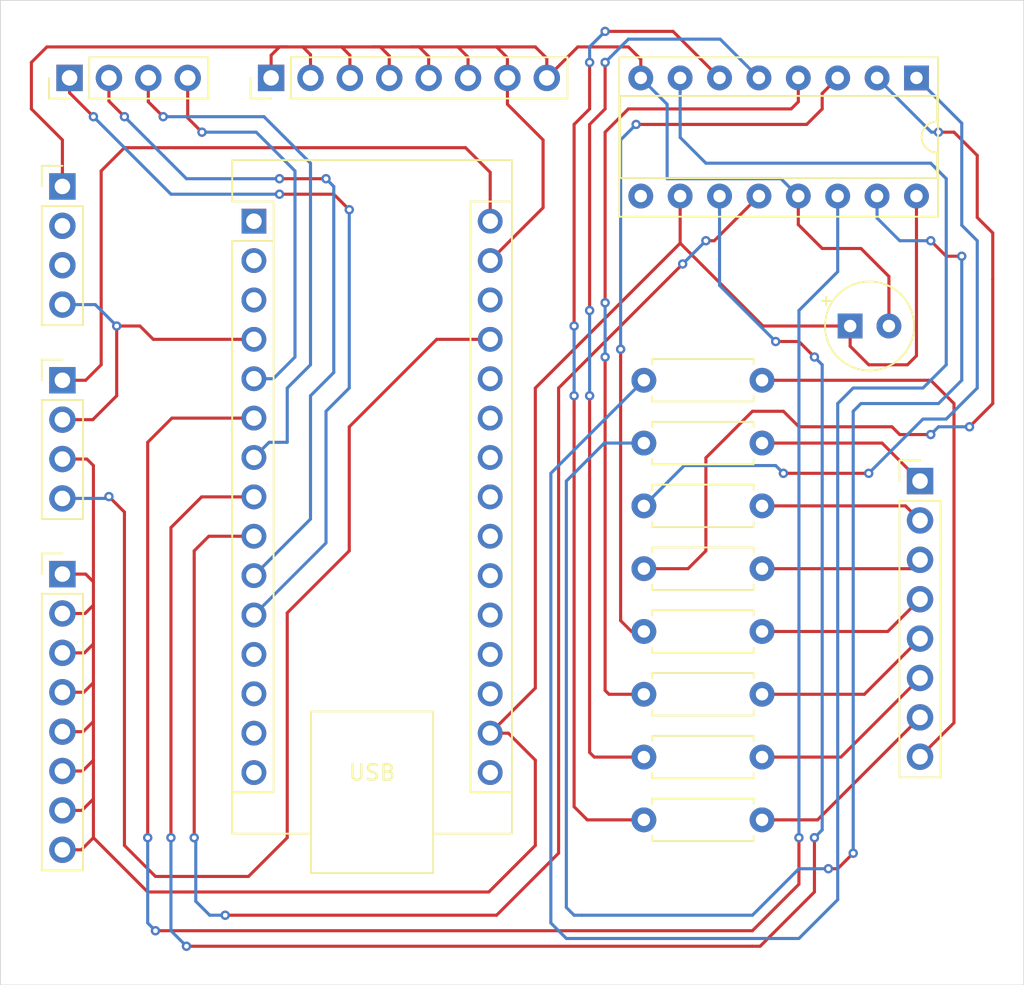
<source format=kicad_pcb>
(kicad_pcb (version 20240108) (generator "pcbnew") (generator_version "8.0")
  (layers (0 "F.Cu" signal) (31 "B.Cu" signal) (34 "B.Paste" user) (35 "F.Paste" user) (36 "B.SilkS" user "B.Silkscreen") (37 "F.SilkS" user "F.Silkscreen") (38 "B.Mask" user) (39 "F.Mask" user) (44 "Edge.Cuts" user))
  (net 0 "")
  (net 1 "Net-(U1-QH)")
  (net 2 "Net-(J3-Pin_8)")
  (net 3 "Net-(J3-Pin_1)")
  (net 4 "Net-(U1-QA)")
  (net 5 "Net-(J3-Pin_2)")
  (net 6 "Net-(U1-QB)")
  (net 7 "Net-(U1-QC)")
  (net 8 "Net-(J3-Pin_3)")
  (net 9 "Net-(J3-Pin_4)")
  (net 10 "Net-(U1-QD)")
  (net 11 "Net-(U1-QE)")
  (net 12 "Net-(J3-Pin_5)")
  (net 13 "Net-(U1-QF)")
  (net 14 "Net-(J3-Pin_6)")
  (net 15 "Net-(U1-QG)")
  (net 16 "Net-(J3-Pin_7)")
  (net 17 "Net-(A1-+5V)")
  (net 18 "Net-(A1-D5)")
  (net 19 "Net-(A1-D6)")
  (net 20 "Net-(A1-D3)")
  (net 21 "Net-(J1-Pin_1)")
  (net 41 "Net-(A1-D4)")
  (net 42 "Net-(A1-D8)")
  (net 43 "Net-(A1-D7)")
  (net 44 "Net-(A1-D2)")
  (net 45 "Net-(A1-3V3)")
  (net 46 "Net-(A1-VIN)")
  (footprint "Resistor_THT:R_Axial_DIN0207_L6.3mm_D2.5mm_P7.62mm_Horizontal" (layer "F.Cu") (at 120 79.7)
    (property "Reference" "R5" (hide yes))
    (property "Value" "R" (hide yes))
    (pad "1" thru_hole circle (at 0 0) (size 1.6 1.6) (drill 0.8) (layers "*.Cu" "*.Mask") (net 10 "Net-(U1-QD)"))
    (pad "2" thru_hole oval (at 7.62 0) (size 1.6 1.6) (drill 0.8) (layers "*.Cu" "*.Mask") (net 9 "Net-(J3-Pin_4)"))
  )
  (footprint "Resistor_THT:R_Axial_DIN0207_L6.3mm_D2.5mm_P7.62mm_Horizontal" (layer "F.Cu") (at 120 87.8)
    (property "Reference" "R7" (hide yes))
    (property "Value" "R" (hide yes))
    (pad "1" thru_hole circle (at 0 0) (size 1.6 1.6) (drill 0.8) (layers "*.Cu" "*.Mask") (net 13 "Net-(U1-QF)"))
    (pad "2" thru_hole oval (at 7.62 0) (size 1.6 1.6) (drill 0.8) (layers "*.Cu" "*.Mask") (net 14 "Net-(J3-Pin_6)"))
  )
  (footprint "Resistor_THT:R_Axial_DIN0207_L6.3mm_D2.5mm_P7.62mm_Horizontal" (layer "F.Cu") (at 120 91.85)
    (property "Reference" "R8" (hide yes))
    (property "Value" "R" (hide yes))
    (pad "1" thru_hole circle (at 0 0) (size 1.6 1.6) (drill 0.8) (layers "*.Cu" "*.Mask") (net 15 "Net-(U1-QG)"))
    (pad "2" thru_hole oval (at 7.62 0) (size 1.6 1.6) (drill 0.8) (layers "*.Cu" "*.Mask") (net 16 "Net-(J3-Pin_7)"))
  )
  (footprint "Resistor_THT:R_Axial_DIN0207_L6.3mm_D2.5mm_P7.62mm_Horizontal" (layer "F.Cu") (at 120 75.65)
    (property "Reference" "R4" (hide yes))
    (property "Value" "R" (hide yes))
    (pad "1" thru_hole circle (at 0 0) (size 1.6 1.6) (drill 0.8) (layers "*.Cu" "*.Mask") (net 7 "Net-(U1-QC)"))
    (pad "2" thru_hole oval (at 7.62 0) (size 1.6 1.6) (drill 0.8) (layers "*.Cu" "*.Mask") (net 8 "Net-(J3-Pin_3)"))
  )
  (footprint "Package_DIP:DIP-16_W7.62mm_Socket" (layer "F.Cu") (at 137.58 44 -90)
    (property "Reference" "U1" (hide yes))
    (property "Value" "74HC595" (hide yes))
    (pad "1" thru_hole rect (at 0 0 270) (size 1.6 1.6) (drill 0.8) (layers "*.Cu" "*.Mask") (net 6 "Net-(U1-QB)"))
    (pad "2" thru_hole oval (at 0 2.54 270) (size 1.6 1.6) (drill 0.8) (layers "*.Cu" "*.Mask") (net 7 "Net-(U1-QC)"))
    (pad "3" thru_hole oval (at 0 5.08 270) (size 1.6 1.6) (drill 0.8) (layers "*.Cu" "*.Mask") (net 10 "Net-(U1-QD)"))
    (pad "4" thru_hole oval (at 0 7.62 270) (size 1.6 1.6) (drill 0.8) (layers "*.Cu" "*.Mask") (net 11 "Net-(U1-QE)"))
    (pad "5" thru_hole oval (at 0 10.16 270) (size 1.6 1.6) (drill 0.8) (layers "*.Cu" "*.Mask") (net 13 "Net-(U1-QF)"))
    (pad "6" thru_hole oval (at 0 12.7 270) (size 1.6 1.6) (drill 0.8) (layers "*.Cu" "*.Mask") (net 15 "Net-(U1-QG)"))
    (pad "7" thru_hole oval (at 0 15.24 270) (size 1.6 1.6) (drill 0.8) (layers "*.Cu" "*.Mask") (net 1 "Net-(U1-QH)"))
    (pad "8" thru_hole oval (at 0 17.78 270) (size 1.6 1.6) (drill 0.8) (layers "*.Cu" "*.Mask") (net 21 "Net-(J1-Pin_1)"))
    (pad "9" thru_hole oval (at 7.62 17.78 270) (size 1.6 1.6) (drill 0.8) (layers "*.Cu" "*.Mask"))
    (pad "10" thru_hole oval (at 7.62 15.24 270) (size 1.6 1.6) (drill 0.8) (layers "*.Cu" "*.Mask") (net 45 "Net-(A1-3V3)"))
    (pad "11" thru_hole oval (at 7.62 12.7 270) (size 1.6 1.6) (drill 0.8) (layers "*.Cu" "*.Mask") (net 18 "Net-(A1-D5)"))
    (pad "12" thru_hole oval (at 7.62 10.16 270) (size 1.6 1.6) (drill 0.8) (layers "*.Cu" "*.Mask") (net 19 "Net-(A1-D6)"))
    (pad "13" thru_hole oval (at 7.62 7.62 270) (size 1.6 1.6) (drill 0.8) (layers "*.Cu" "*.Mask") (net 21 "Net-(J1-Pin_1)"))
    (pad "14" thru_hole oval (at 7.62 5.08 270) (size 1.6 1.6) (drill 0.8) (layers "*.Cu" "*.Mask") (net 20 "Net-(A1-D3)"))
    (pad "15" thru_hole oval (at 7.62 2.54 270) (size 1.6 1.6) (drill 0.8) (layers "*.Cu" "*.Mask") (net 4 "Net-(U1-QA)"))
    (pad "16" thru_hole oval (at 7.62 0 270) (size 1.6 1.6) (drill 0.8) (layers "*.Cu" "*.Mask") (net 45 "Net-(A1-3V3)"))
  )
  (footprint "Connector_PinHeader_2.54mm:PinHeader_1x08_P2.54mm_Vertical" (layer "F.Cu") (at 82.5 76)
    (property "Reference" "J2" (hide yes))
    (property "Value" "Conn_01x08" (hide yes))
    (pad "1" thru_hole rect (at 0 0) (size 1.7 1.7) (drill 1) (layers "*.Cu" "*.Mask") (net 45 "Net-(A1-3V3)"))
    (pad "2" thru_hole oval (at 0 2.54) (size 1.7 1.7) (drill 1) (layers "*.Cu" "*.Mask") (net 45 "Net-(A1-3V3)"))
    (pad "3" thru_hole oval (at 0 5.08) (size 1.7 1.7) (drill 1) (layers "*.Cu" "*.Mask") (net 45 "Net-(A1-3V3)"))
    (pad "4" thru_hole oval (at 0 7.62) (size 1.7 1.7) (drill 1) (layers "*.Cu" "*.Mask") (net 45 "Net-(A1-3V3)"))
    (pad "5" thru_hole oval (at 0 10.16) (size 1.7 1.7) (drill 1) (layers "*.Cu" "*.Mask") (net 45 "Net-(A1-3V3)"))
    (pad "6" thru_hole oval (at 0 12.7) (size 1.7 1.7) (drill 1) (layers "*.Cu" "*.Mask") (net 45 "Net-(A1-3V3)"))
    (pad "7" thru_hole oval (at 0 15.24) (size 1.7 1.7) (drill 1) (layers "*.Cu" "*.Mask") (net 45 "Net-(A1-3V3)"))
    (pad "8" thru_hole oval (at 0 17.78) (size 1.7 1.7) (drill 1) (layers "*.Cu" "*.Mask") (net 45 "Net-(A1-3V3)"))
  )
  (footprint "Capacitor_THT:CP_Radial_Tantal_D5.5mm_P2.50mm" (layer "F.Cu") (at 133.303631 60)
    (property "Reference" "C1" (hide yes))
    (property "Value" "C" (hide yes))
    (pad "1" thru_hole rect (at 0 0) (size 1.6 1.6) (drill 0.8) (layers "*.Cu" "*.Mask") (net 45 "Net-(A1-3V3)"))
    (pad "2" thru_hole circle (at 2.5 0) (size 1.6 1.6) (drill 0.8) (layers "*.Cu" "*.Mask") (net 21 "Net-(J1-Pin_1)"))
  )
  (footprint "Resistor_THT:R_Axial_DIN0207_L6.3mm_D2.5mm_P7.62mm_Horizontal" (layer "F.Cu") (at 120 63.5)
    (property "Reference" "R1" (hide yes))
    (property "Value" "R" (hide yes))
    (pad "1" thru_hole circle (at 0 0) (size 1.6 1.6) (drill 0.8) (layers "*.Cu" "*.Mask") (net 1 "Net-(U1-QH)"))
    (pad "2" thru_hole oval (at 7.62 0) (size 1.6 1.6) (drill 0.8) (layers "*.Cu" "*.Mask") (net 2 "Net-(J3-Pin_8)"))
  )
  (footprint "Connector_PinHeader_2.54mm:PinHeader_1x08_P2.54mm_Vertical" (layer "F.Cu") (at 95.96 44 90)
    (property "Reference" "J1" (hide yes))
    (property "Value" "Conn_01x08" (hide yes))
    (pad "1" thru_hole rect (at 0 0 90) (size 1.7 1.7) (drill 1) (layers "*.Cu" "*.Mask") (net 21 "Net-(J1-Pin_1)"))
    (pad "2" thru_hole oval (at 0 2.54 90) (size 1.7 1.7) (drill 1) (layers "*.Cu" "*.Mask") (net 21 "Net-(J1-Pin_1)"))
    (pad "3" thru_hole oval (at 0 5.08 90) (size 1.7 1.7) (drill 1) (layers "*.Cu" "*.Mask") (net 21 "Net-(J1-Pin_1)"))
    (pad "4" thru_hole oval (at 0 7.62 90) (size 1.7 1.7) (drill 1) (layers "*.Cu" "*.Mask") (net 21 "Net-(J1-Pin_1)"))
    (pad "5" thru_hole oval (at 0 10.16 90) (size 1.7 1.7) (drill 1) (layers "*.Cu" "*.Mask") (net 21 "Net-(J1-Pin_1)"))
    (pad "6" thru_hole oval (at 0 12.7 90) (size 1.7 1.7) (drill 1) (layers "*.Cu" "*.Mask") (net 21 "Net-(J1-Pin_1)"))
    (pad "7" thru_hole oval (at 0 15.24 90) (size 1.7 1.7) (drill 1) (layers "*.Cu" "*.Mask") (net 21 "Net-(J1-Pin_1)"))
    (pad "8" thru_hole oval (at 0 17.78 90) (size 1.7 1.7) (drill 1) (layers "*.Cu" "*.Mask") (net 21 "Net-(J1-Pin_1)"))
  )
  (footprint "Connector_PinHeader_2.54mm:PinHeader_1x04_P2.54mm_Vertical" (layer "F.Cu") (at 82.5 51)
    (property "Reference" "J5" (hide yes))
    (property "Value" "Conn_01x04" (hide yes))
    (pad "1" thru_hole rect (at 0 0) (size 1.7 1.7) (drill 1) (layers "*.Cu" "*.Mask") (net 21 "Net-(J1-Pin_1)"))
    (pad "2" thru_hole oval (at 0 2.54) (size 1.7 1.7) (drill 1) (layers "*.Cu" "*.Mask") (net 21 "Net-(J1-Pin_1)"))
    (pad "3" thru_hole oval (at 0 5.08) (size 1.7 1.7) (drill 1) (layers "*.Cu" "*.Mask") (net 21 "Net-(J1-Pin_1)"))
    (pad "4" thru_hole oval (at 0 7.62) (size 1.7 1.7) (drill 1) (layers "*.Cu" "*.Mask") (net 21 "Net-(J1-Pin_1)"))
  )
  (footprint "Connector_PinHeader_2.54mm:PinHeader_1x04_P2.54mm_Vertical" (layer "F.Cu") (at 82.96 44 90)
    (property "Reference" "J4" (hide yes))
    (property "Value" "Conn_01x04" (hide yes))
    (pad "1" thru_hole rect (at 0 0 90) (size 1.7 1.7) (drill 1) (layers "*.Cu" "*.Mask") (net 42 "Net-(A1-D8)"))
    (pad "2" thru_hole oval (at 0 2.54 90) (size 1.7 1.7) (drill 1) (layers "*.Cu" "*.Mask") (net 43 "Net-(A1-D7)"))
    (pad "3" thru_hole oval (at 0 5.08 90) (size 1.7 1.7) (drill 1) (layers "*.Cu" "*.Mask") (net 41 "Net-(A1-D4)"))
    (pad "4" thru_hole oval (at 0 7.62 90) (size 1.7 1.7) (drill 1) (layers "*.Cu" "*.Mask") (net 44 "Net-(A1-D2)"))
  )
  (footprint "Module:Arduino_Nano" (layer "F.Cu") (at 94.85 53.24)
    (property "Reference" "A1" (hide yes))
    (property "Value" "Arduino_Nano_Every" (hide yes))
    (fp_text user "USB" (at 7.62 35.56 0) (layer "F.SilkS"))
    (pad "1" thru_hole rect (at 0 0) (size 1.6 1.6) (drill 1) (layers "*.Cu" "*.Mask"))
    (pad "2" thru_hole oval (at 0 2.54) (size 1.6 1.6) (drill 1) (layers "*.Cu" "*.Mask"))
    (pad "3" thru_hole oval (at 0 5.08) (size 1.6 1.6) (drill 1) (layers "*.Cu" "*.Mask"))
    (pad "4" thru_hole oval (at 0 7.62) (size 1.6 1.6) (drill 1) (layers "*.Cu" "*.Mask") (net 21 "Net-(J1-Pin_1)"))
    (pad "5" thru_hole oval (at 0 10.16) (size 1.6 1.6) (drill 1) (layers "*.Cu" "*.Mask") (net 44 "Net-(A1-D2)"))
    (pad "6" thru_hole oval (at 0 12.7) (size 1.6 1.6) (drill 1) (layers "*.Cu" "*.Mask") (net 20 "Net-(A1-D3)"))
    (pad "7" thru_hole oval (at 0 15.24) (size 1.6 1.6) (drill 1) (layers "*.Cu" "*.Mask") (net 41 "Net-(A1-D4)"))
    (pad "8" thru_hole oval (at 0 17.78) (size 1.6 1.6) (drill 1) (layers "*.Cu" "*.Mask") (net 18 "Net-(A1-D5)"))
    (pad "9" thru_hole oval (at 0 20.32) (size 1.6 1.6) (drill 1) (layers "*.Cu" "*.Mask") (net 19 "Net-(A1-D6)"))
    (pad "10" thru_hole oval (at 0 22.86) (size 1.6 1.6) (drill 1) (layers "*.Cu" "*.Mask") (net 43 "Net-(A1-D7)"))
    (pad "11" thru_hole oval (at 0 25.4) (size 1.6 1.6) (drill 1) (layers "*.Cu" "*.Mask") (net 42 "Net-(A1-D8)"))
    (pad "12" thru_hole oval (at 0 27.94) (size 1.6 1.6) (drill 1) (layers "*.Cu" "*.Mask"))
    (pad "13" thru_hole oval (at 0 30.48) (size 1.6 1.6) (drill 1) (layers "*.Cu" "*.Mask"))
    (pad "14" thru_hole oval (at 0 33.02) (size 1.6 1.6) (drill 1) (layers "*.Cu" "*.Mask"))
    (pad "15" thru_hole oval (at 0 35.56) (size 1.6 1.6) (drill 1) (layers "*.Cu" "*.Mask"))
    (pad "16" thru_hole oval (at 15.24 35.56) (size 1.6 1.6) (drill 1) (layers "*.Cu" "*.Mask"))
    (pad "17" thru_hole oval (at 15.24 33.02) (size 1.6 1.6) (drill 1) (layers "*.Cu" "*.Mask") (net 45 "Net-(A1-3V3)"))
    (pad "18" thru_hole oval (at 15.24 30.48) (size 1.6 1.6) (drill 1) (layers "*.Cu" "*.Mask"))
    (pad "19" thru_hole oval (at 15.24 27.94) (size 1.6 1.6) (drill 1) (layers "*.Cu" "*.Mask"))
    (pad "20" thru_hole oval (at 15.24 25.4) (size 1.6 1.6) (drill 1) (layers "*.Cu" "*.Mask"))
    (pad "21" thru_hole oval (at 15.24 22.86) (size 1.6 1.6) (drill 1) (layers "*.Cu" "*.Mask"))
    (pad "22" thru_hole oval (at 15.24 20.32) (size 1.6 1.6) (drill 1) (layers "*.Cu" "*.Mask"))
    (pad "23" thru_hole oval (at 15.24 17.78) (size 1.6 1.6) (drill 1) (layers "*.Cu" "*.Mask"))
    (pad "24" thru_hole oval (at 15.24 15.24) (size 1.6 1.6) (drill 1) (layers "*.Cu" "*.Mask"))
    (pad "25" thru_hole oval (at 15.24 12.7) (size 1.6 1.6) (drill 1) (layers "*.Cu" "*.Mask"))
    (pad "26" thru_hole oval (at 15.24 10.16) (size 1.6 1.6) (drill 1) (layers "*.Cu" "*.Mask"))
    (pad "27" thru_hole oval (at 15.24 7.62) (size 1.6 1.6) (drill 1) (layers "*.Cu" "*.Mask") (net 17 "Net-(A1-+5V)"))
    (pad "28" thru_hole oval (at 15.24 5.08) (size 1.6 1.6) (drill 1) (layers "*.Cu" "*.Mask"))
    (pad "29" thru_hole oval (at 15.24 2.54) (size 1.6 1.6) (drill 1) (layers "*.Cu" "*.Mask") (net 21 "Net-(J1-Pin_1)"))
    (pad "30" thru_hole oval (at 15.24 0) (size 1.6 1.6) (drill 1) (layers "*.Cu" "*.Mask") (net 46 "Net-(A1-VIN)"))
  )
  (footprint "Connector_PinHeader_2.54mm:PinHeader_1x04_P2.54mm_Vertical" (layer "F.Cu") (at 82.5 63.5)
    (property "Reference" "J6" (hide yes))
    (property "Value" "Conn_01x04" (hide yes))
    (pad "1" thru_hole rect (at 0 0) (size 1.7 1.7) (drill 1) (layers "*.Cu" "*.Mask") (net 46 "Net-(A1-VIN)"))
    (pad "2" thru_hole oval (at 0 2.54) (size 1.7 1.7) (drill 1) (layers "*.Cu" "*.Mask") (net 21 "Net-(J1-Pin_1)"))
    (pad "3" thru_hole oval (at 0 5.08) (size 1.7 1.7) (drill 1) (layers "*.Cu" "*.Mask") (net 45 "Net-(A1-3V3)"))
    (pad "4" thru_hole oval (at 0 7.62) (size 1.7 1.7) (drill 1) (layers "*.Cu" "*.Mask") (net 17 "Net-(A1-+5V)"))
  )
  (footprint "Resistor_THT:R_Axial_DIN0207_L6.3mm_D2.5mm_P7.62mm_Horizontal" (layer "F.Cu") (at 120 71.6)
    (property "Reference" "R3" (hide yes))
    (property "Value" "R" (hide yes))
    (pad "1" thru_hole circle (at 0 0) (size 1.6 1.6) (drill 0.8) (layers "*.Cu" "*.Mask") (net 6 "Net-(U1-QB)"))
    (pad "2" thru_hole oval (at 7.62 0) (size 1.6 1.6) (drill 0.8) (layers "*.Cu" "*.Mask") (net 5 "Net-(J3-Pin_2)"))
  )
  (footprint "Connector_PinHeader_2.54mm:PinHeader_1x08_P2.54mm_Vertical" (layer "F.Cu") (at 137.81 70)
    (property "Reference" "J3" (hide yes))
    (property "Value" "Conn_01x08" (hide yes))
    (pad "1" thru_hole rect (at 0 0) (size 1.7 1.7) (drill 1) (layers "*.Cu" "*.Mask") (net 3 "Net-(J3-Pin_1)"))
    (pad "2" thru_hole oval (at 0 2.54) (size 1.7 1.7) (drill 1) (layers "*.Cu" "*.Mask") (net 5 "Net-(J3-Pin_2)"))
    (pad "3" thru_hole oval (at 0 5.08) (size 1.7 1.7) (drill 1) (layers "*.Cu" "*.Mask") (net 8 "Net-(J3-Pin_3)"))
    (pad "4" thru_hole oval (at 0 7.62) (size 1.7 1.7) (drill 1) (layers "*.Cu" "*.Mask") (net 9 "Net-(J3-Pin_4)"))
    (pad "5" thru_hole oval (at 0 10.16) (size 1.7 1.7) (drill 1) (layers "*.Cu" "*.Mask") (net 12 "Net-(J3-Pin_5)"))
    (pad "6" thru_hole oval (at 0 12.7) (size 1.7 1.7) (drill 1) (layers "*.Cu" "*.Mask") (net 14 "Net-(J3-Pin_6)"))
    (pad "7" thru_hole oval (at 0 15.24) (size 1.7 1.7) (drill 1) (layers "*.Cu" "*.Mask") (net 16 "Net-(J3-Pin_7)"))
    (pad "8" thru_hole oval (at 0 17.78) (size 1.7 1.7) (drill 1) (layers "*.Cu" "*.Mask") (net 2 "Net-(J3-Pin_8)"))
  )
  (footprint "Resistor_THT:R_Axial_DIN0207_L6.3mm_D2.5mm_P7.62mm_Horizontal" (layer "F.Cu") (at 120 83.75)
    (property "Reference" "R6" (hide yes))
    (property "Value" "R" (hide yes))
    (pad "1" thru_hole circle (at 0 0) (size 1.6 1.6) (drill 0.8) (layers "*.Cu" "*.Mask") (net 11 "Net-(U1-QE)"))
    (pad "2" thru_hole oval (at 7.62 0) (size 1.6 1.6) (drill 0.8) (layers "*.Cu" "*.Mask") (net 12 "Net-(J3-Pin_5)"))
  )
  (footprint "Resistor_THT:R_Axial_DIN0207_L6.3mm_D2.5mm_P7.62mm_Horizontal" (layer "F.Cu") (at 120 67.55)
    (property "Reference" "R2" (hide yes))
    (property "Value" "R" (hide yes))
    (pad "1" thru_hole circle (at 0 0) (size 1.6 1.6) (drill 0.8) (layers "*.Cu" "*.Mask") (net 4 "Net-(U1-QA)"))
    (pad "2" thru_hole oval (at 7.62 0) (size 1.6 1.6) (drill 0.8) (layers "*.Cu" "*.Mask") (net 3 "Net-(J3-Pin_1)"))
  )
  (gr_rect (start 78.5 39) (end 144.5 102.5) (stroke (width 0.05)) (fill none) (layer "Edge.Cuts"))
  (segment (start 114 69.5) (end 114 98.5) (width 0.2) (layer "B.Cu") (net 1))
  (segment (start 139.5 62.5) (end 139.5 50.5) (width 0.2) (layer "B.Cu") (net 1))
  (segment (start 115 99.5) (end 130 99.5) (width 0.2) (layer "B.Cu") (net 1))
  (segment (start 132.5 97) (end 132.5 65) (width 0.2) (layer "B.Cu") (net 1))
  (segment (start 138.5 49.5) (end 124 49.5) (width 0.2) (layer "B.Cu") (net 1))
  (segment (start 124 49.5) (end 122.34 47.84) (width 0.2) (layer "B.Cu") (net 1))
  (segment (start 132.5 65) (end 133.5 64) (width 0.2) (layer "B.Cu") (net 1))
  (segment (start 133.5 64) (end 138 64) (width 0.2) (layer "B.Cu") (net 1))
  (segment (start 122.34 47.84) (end 122.34 44) (width 0.2) (layer "B.Cu") (net 1))
  (segment (start 138 64) (end 139.5 62.5) (width 0.2) (layer "B.Cu") (net 1))
  (segment (start 139.5 50.5) (end 138.5 49.5) (width 0.2) (layer "B.Cu") (net 1))
  (segment (start 120 63.5) (end 114 69.5) (width 0.2) (layer "B.Cu") (net 1))
  (segment (start 114 98.5) (end 115 99.5) (width 0.2) (layer "B.Cu") (net 1))
  (segment (start 130 99.5) (end 132.5 97) (width 0.2) (layer "B.Cu") (net 1))
  (segment (start 138.5 63.5) (end 127.62 63.5) (width 0.2) (layer "F.Cu") (net 2))
  (segment (start 140 85.59) (end 140 65) (width 0.2) (layer "F.Cu") (net 2))
  (segment (start 140 65) (end 138.5 63.5) (width 0.2) (layer "F.Cu") (net 2))
  (segment (start 137.81 87.78) (end 140 85.59) (width 0.2) (layer "F.Cu") (net 2))
  (segment (start 135.36 67.55) (end 137.81 70) (width 0.2) (layer "F.Cu") (net 3))
  (segment (start 127.62 67.55) (end 135.36 67.55) (width 0.2) (layer "F.Cu") (net 3))
  (segment (start 132.5 95) (end 133.5 94) (width 0.2) (layer "F.Cu") (net 4))
  (segment (start 139.5 55.5) (end 138.5 54.5) (width 0.2) (layer "F.Cu") (net 4))
  (segment (start 140.5 55.5) (end 139.5 55.5) (width 0.2) (layer "F.Cu") (net 4))
  (segment (start 131.9 95) (end 132.5 95) (width 0.2) (layer "F.Cu") (net 4))
  (via (at 140.5 55.5) (size 0.6) (drill 0.3) (layers "F.Cu" "B.Cu") (net 4))
  (via (at 138.5 54.5) (size 0.6) (drill 0.3) (layers "F.Cu" "B.Cu") (net 4))
  (via (at 131.9 95) (size 0.6) (drill 0.3) (layers "F.Cu" "B.Cu") (net 4))
  (via (at 133.5 94) (size 0.6) (drill 0.3) (layers "F.Cu" "B.Cu") (net 4))
  (segment (start 127 98) (end 129 96) (width 0.2) (layer "B.Cu") (net 4))
  (segment (start 135.04 53.04) (end 135.04 51.62) (width 0.2) (layer "B.Cu") (net 4))
  (segment (start 133.5 94) (end 133.5 65.5) (width 0.2) (layer "B.Cu") (net 4))
  (segment (start 120 67.55) (end 117.45 67.55) (width 0.2) (layer "B.Cu") (net 4))
  (segment (start 130 95) (end 131.9 95) (width 0.2) (layer "B.Cu") (net 4))
  (segment (start 117.45 67.55) (end 115 70) (width 0.2) (layer "B.Cu") (net 4))
  (segment (start 138.5 54.5) (end 136.5 54.5) (width 0.2) (layer "B.Cu") (net 4))
  (segment (start 140.5 63.5) (end 140.5 55.5) (width 0.2) (layer "B.Cu") (net 4))
  (segment (start 139 65) (end 140.5 63.5) (width 0.2) (layer "B.Cu") (net 4))
  (segment (start 133.5 65.5) (end 134 65) (width 0.2) (layer "B.Cu") (net 4))
  (segment (start 115.5 98) (end 116 98) (width 0.2) (layer "B.Cu") (net 4))
  (segment (start 136.5 54.5) (end 135.04 53.04) (width 0.2) (layer "B.Cu") (net 4))
  (segment (start 115 97.5) (end 115.5 98) (width 0.2) (layer "B.Cu") (net 4))
  (segment (start 134 65) (end 139 65) (width 0.2) (layer "B.Cu") (net 4))
  (segment (start 116 98) (end 127 98) (width 0.2) (layer "B.Cu") (net 4))
  (segment (start 129 96) (end 130 95) (width 0.2) (layer "B.Cu") (net 4))
  (segment (start 115 70) (end 115 97.5) (width 0.2) (layer "B.Cu") (net 4))
  (segment (start 127.62 71.6) (end 136.87 71.6) (width 0.2) (layer "F.Cu") (net 5))
  (segment (start 136.87 71.6) (end 137.81 72.54) (width 0.2) (layer "F.Cu") (net 5))
  (segment (start 129 69.5) (end 134.5 69.5) (width 0.2) (layer "F.Cu") (net 6))
  (via (at 134.5 69.5) (size 0.6) (drill 0.3) (layers "F.Cu" "B.Cu") (net 6))
  (via (at 129 69.5) (size 0.6) (drill 0.3) (layers "F.Cu" "B.Cu") (net 6))
  (segment (start 134.5 69.5) (end 138 66) (width 0.2) (layer "B.Cu") (net 6))
  (segment (start 140.5 53.5) (end 140.5 46.92) (width 0.2) (layer "B.Cu") (net 6))
  (segment (start 122.6 69) (end 128.5 69) (width 0.2) (layer "B.Cu") (net 6))
  (segment (start 139.5 66) (end 141.5 64) (width 0.2) (layer "B.Cu") (net 6))
  (segment (start 120 71.6) (end 122.6 69) (width 0.2) (layer "B.Cu") (net 6))
  (segment (start 138 66) (end 139.5 66) (width 0.2) (layer "B.Cu") (net 6))
  (segment (start 140.5 46.92) (end 137.58 44) (width 0.2) (layer "B.Cu") (net 6))
  (segment (start 128.5 69) (end 129 69.5) (width 0.2) (layer "B.Cu") (net 6))
  (segment (start 141.5 54.5) (end 140.5 53.5) (width 0.2) (layer "B.Cu") (net 6))
  (segment (start 141.5 64) (end 141.5 54.5) (width 0.2) (layer "B.Cu") (net 6))
  (segment (start 124 68.5) (end 124 74.5) (width 0.2) (layer "F.Cu") (net 7))
  (segment (start 141.5 53) (end 142.5 54) (width 0.2) (layer "F.Cu") (net 7))
  (segment (start 138.5 67) (end 136.5 67) (width 0.2) (layer "F.Cu") (net 7))
  (segment (start 136.5 67) (end 136 66.5) (width 0.2) (layer "F.Cu") (net 7))
  (segment (start 142.5 65) (end 141 66.5) (width 0.2) (layer "F.Cu") (net 7))
  (segment (start 142.5 57) (end 142.5 65) (width 0.2) (layer "F.Cu") (net 7))
  (segment (start 130 66.5) (end 129 65.5) (width 0.2) (layer "F.Cu") (net 7))
  (segment (start 140 47.5) (end 141.5 49) (width 0.2) (layer "F.Cu") (net 7))
  (segment (start 122.85 75.65) (end 120 75.65) (width 0.2) (layer "F.Cu") (net 7))
  (segment (start 127 65.5) (end 124 68.5) (width 0.2) (layer "F.Cu") (net 7))
  (segment (start 136 66.5) (end 130 66.5) (width 0.2) (layer "F.Cu") (net 7))
  (segment (start 124 74.5) (end 122.85 75.65) (width 0.2) (layer "F.Cu") (net 7))
  (segment (start 142.5 54) (end 142.5 57) (width 0.2) (layer "F.Cu") (net 7))
  (segment (start 141.5 49) (end 141.5 53) (width 0.2) (layer "F.Cu") (net 7))
  (segment (start 129 65.5) (end 127 65.5) (width 0.2) (layer "F.Cu") (net 7))
  (segment (start 139 47.5) (end 140 47.5) (width 0.2) (layer "F.Cu") (net 7))
  (via (at 138.5 67) (size 0.6) (drill 0.3) (layers "F.Cu" "B.Cu") (net 7))
  (via (at 139 47.5) (size 0.6) (drill 0.3) (layers "F.Cu" "B.Cu") (net 7))
  (via (at 141 66.5) (size 0.6) (drill 0.3) (layers "F.Cu" "B.Cu") (net 7))
  (segment (start 139 66.5) (end 138.5 67) (width 0.2) (layer "B.Cu") (net 7))
  (segment (start 138.54 47.5) (end 139 47.5) (width 0.2) (layer "B.Cu") (net 7))
  (segment (start 141 66.5) (end 139 66.5) (width 0.2) (layer "B.Cu") (net 7))
  (segment (start 135.04 44) (end 138.54 47.5) (width 0.2) (layer "B.Cu") (net 7))
  (segment (start 127.62 75.65) (end 137.24 75.65) (width 0.2) (layer "F.Cu") (net 8))
  (segment (start 137.24 75.65) (end 137.81 75.08) (width 0.2) (layer "F.Cu") (net 8))
  (segment (start 135.73 79.7) (end 137.81 77.62) (width 0.2) (layer "F.Cu") (net 9))
  (segment (start 127.62 79.7) (end 135.73 79.7) (width 0.2) (layer "F.Cu") (net 9))
  (segment (start 131.5 45) (end 132.5 44) (width 0.2) (layer "F.Cu") (net 10))
  (segment (start 131.5 46) (end 131.5 45) (width 0.2) (layer "F.Cu") (net 10))
  (segment (start 118.5 79) (end 118.5 61.5) (width 0.2) (layer "F.Cu") (net 10))
  (segment (start 119.5 47) (end 130.5 47) (width 0.2) (layer "F.Cu") (net 10))
  (segment (start 120 79.7) (end 119.2 79.7) (width 0.2) (layer "F.Cu") (net 10))
  (segment (start 130.5 47) (end 131.5 46) (width 0.2) (layer "F.Cu") (net 10))
  (segment (start 119.2 79.7) (end 118.5 79) (width 0.2) (layer "F.Cu") (net 10))
  (via (at 118.5 61.5) (size 0.6) (drill 0.3) (layers "F.Cu" "B.Cu") (net 10))
  (via (at 119.5 47) (size 0.6) (drill 0.3) (layers "F.Cu" "B.Cu") (net 10))
  (segment (start 118.5 48) (end 119.5 47) (width 0.2) (layer "B.Cu") (net 10))
  (segment (start 118.5 61.5) (end 118.5 48) (width 0.2) (layer "B.Cu") (net 10))
  (segment (start 117.5 83.5) (end 117.5 62) (width 0.2) (layer "F.Cu") (net 11))
  (segment (start 129.5 46) (end 129.96 45.54) (width 0.2) (layer "F.Cu") (net 11))
  (segment (start 129.96 45.54) (end 129.96 44) (width 0.2) (layer "F.Cu") (net 11))
  (segment (start 117.5 58.5) (end 117.5 47.5) (width 0.2) (layer "F.Cu") (net 11))
  (segment (start 117.75 83.75) (end 117.5 83.5) (width 0.2) (layer "F.Cu") (net 11))
  (segment (start 119 46) (end 129.5 46) (width 0.2) (layer "F.Cu") (net 11))
  (segment (start 120 83.75) (end 117.75 83.75) (width 0.2) (layer "F.Cu") (net 11))
  (segment (start 117.5 47.5) (end 119 46) (width 0.2) (layer "F.Cu") (net 11))
  (via (at 117.5 62) (size 0.6) (drill 0.3) (layers "F.Cu" "B.Cu") (net 11))
  (via (at 117.5 58.5) (size 0.6) (drill 0.3) (layers "F.Cu" "B.Cu") (net 11))
  (segment (start 117.5 62) (end 117.5 58.5) (width 0.2) (layer "B.Cu") (net 11))
  (segment (start 134.22 83.75) (end 137.81 80.16) (width 0.2) (layer "F.Cu") (net 12))
  (segment (start 127.62 83.75) (end 134.22 83.75) (width 0.2) (layer "F.Cu") (net 12))
  (segment (start 120 87.8) (end 116.8 87.8) (width 0.2) (layer "F.Cu") (net 13))
  (segment (start 116.5 59) (end 116.5 47) (width 0.2) (layer "F.Cu") (net 13))
  (segment (start 116.8 87.8) (end 116.5 87.5) (width 0.2) (layer "F.Cu") (net 13))
  (segment (start 117.5 46) (end 117.5 43) (width 0.2) (layer "F.Cu") (net 13))
  (segment (start 116.5 47) (end 117.5 46) (width 0.2) (layer "F.Cu") (net 13))
  (segment (start 116.5 87.5) (end 116.5 64.5) (width 0.2) (layer "F.Cu") (net 13))
  (via (at 116.5 59) (size 0.6) (drill 0.3) (layers "F.Cu" "B.Cu") (net 13))
  (via (at 117.5 43) (size 0.6) (drill 0.3) (layers "F.Cu" "B.Cu") (net 13))
  (via (at 116.5 64.5) (size 0.6) (drill 0.3) (layers "F.Cu" "B.Cu") (net 13))
  (segment (start 117.5 43) (end 119 41.5) (width 0.2) (layer "B.Cu") (net 13))
  (segment (start 116.5 64.5) (end 116.5 59) (width 0.2) (layer "B.Cu") (net 13))
  (segment (start 119 41.5) (end 124.92 41.5) (width 0.2) (layer "B.Cu") (net 13))
  (segment (start 124.92 41.5) (end 127.42 44) (width 0.2) (layer "B.Cu") (net 13))
  (segment (start 127.62 87.8) (end 132.71 87.8) (width 0.2) (layer "F.Cu") (net 14))
  (segment (start 132.71 87.8) (end 137.81 82.7) (width 0.2) (layer "F.Cu") (net 14))
  (segment (start 121.88 41) (end 124.88 44) (width 0.2) (layer "F.Cu") (net 15))
  (segment (start 115.5 47) (end 116 46.5) (width 0.2) (layer "F.Cu") (net 15))
  (segment (start 115.5 91) (end 115.5 64.5) (width 0.2) (layer "F.Cu") (net 15))
  (segment (start 116.35 91.85) (end 115.5 91) (width 0.2) (layer "F.Cu") (net 15))
  (segment (start 116 46.5) (end 116.5 46) (width 0.2) (layer "F.Cu") (net 15))
  (segment (start 116.5 46) (end 116.5 43) (width 0.2) (layer "F.Cu") (net 15))
  (segment (start 115.5 60) (end 115.5 47) (width 0.2) (layer "F.Cu") (net 15))
  (segment (start 117.5 41) (end 121.88 41) (width 0.2) (layer "F.Cu") (net 15))
  (segment (start 120 91.85) (end 116.35 91.85) (width 0.2) (layer "F.Cu") (net 15))
  (via (at 117.5 41) (size 0.6) (drill 0.3) (layers "F.Cu" "B.Cu") (net 15))
  (via (at 116.5 43) (size 0.6) (drill 0.3) (layers "F.Cu" "B.Cu") (net 15))
  (via (at 115.5 60) (size 0.6) (drill 0.3) (layers "F.Cu" "B.Cu") (net 15))
  (via (at 115.5 64.5) (size 0.6) (drill 0.3) (layers "F.Cu" "B.Cu") (net 15))
  (segment (start 115.5 64.5) (end 115.5 60) (width 0.2) (layer "B.Cu") (net 15))
  (segment (start 116.5 43) (end 116.5 42) (width 0.2) (layer "B.Cu") (net 15))
  (segment (start 116.5 42) (end 117.5 41) (width 0.2) (layer "B.Cu") (net 15))
  (segment (start 131.2 91.85) (end 137.81 85.24) (width 0.2) (layer "F.Cu") (net 16))
  (segment (start 127.62 91.85) (end 131.2 91.85) (width 0.2) (layer "F.Cu") (net 16))
  (segment (start 101 66.5) (end 106.64 60.86) (width 0.2) (layer "F.Cu") (net 17))
  (segment (start 101 74.5) (end 101 66.5) (width 0.2) (layer "F.Cu") (net 17))
  (segment (start 86.5 93.5) (end 88.5 95.5) (width 0.2) (layer "F.Cu") (net 17))
  (segment (start 88.5 95.5) (end 94.5 95.5) (width 0.2) (layer "F.Cu") (net 17))
  (segment (start 97 78.5) (end 101 74.5) (width 0.2) (layer "F.Cu") (net 17))
  (segment (start 86.5 72) (end 86.5 93.5) (width 0.2) (layer "F.Cu") (net 17))
  (segment (start 106.64 60.86) (end 110.09 60.86) (width 0.2) (layer "F.Cu") (net 17))
  (segment (start 94.5 95.5) (end 97 93) (width 0.2) (layer "F.Cu") (net 17))
  (segment (start 85.5 71) (end 86.5 72) (width 0.2) (layer "F.Cu") (net 17))
  (segment (start 97 93) (end 97 78.5) (width 0.2) (layer "F.Cu") (net 17))
  (via (at 85.5 71) (size 0.6) (drill 0.3) (layers "F.Cu" "B.Cu") (net 17))
  (segment (start 85.38 71.12) (end 85.5 71) (width 0.2) (layer "B.Cu") (net 17))
  (segment (start 82.5 71.12) (end 85.38 71.12) (width 0.2) (layer "B.Cu") (net 17))
  (segment (start 94.85 71.02) (end 91.48 71.02) (width 0.2) (layer "F.Cu") (net 18))
  (segment (start 90.5 100) (end 127 100) (width 0.2) (layer "F.Cu") (net 18))
  (segment (start 130 61) (end 128.5 61) (width 0.2) (layer "F.Cu") (net 18))
  (segment (start 127.5 100) (end 131 96.5) (width 0.2) (layer "F.Cu") (net 18))
  (segment (start 89.5 73) (end 89.5 93) (width 0.2) (layer "F.Cu") (net 18))
  (segment (start 91.48 71.02) (end 89.5 73) (width 0.2) (layer "F.Cu") (net 18))
  (segment (start 131 96.5) (end 131 93) (width 0.2) (layer "F.Cu") (net 18))
  (segment (start 127 100) (end 127.5 100) (width 0.2) (layer "F.Cu") (net 18))
  (segment (start 131 62) (end 130 61) (width 0.2) (layer "F.Cu") (net 18))
  (via (at 131 93) (size 0.6) (drill 0.3) (layers "F.Cu" "B.Cu") (net 18))
  (via (at 90.5 100) (size 0.6) (drill 0.3) (layers "F.Cu" "B.Cu") (net 18))
  (via (at 131 62) (size 0.6) (drill 0.3) (layers "F.Cu" "B.Cu") (net 18))
  (via (at 89.5 93) (size 0.6) (drill 0.3) (layers "F.Cu" "B.Cu") (net 18))
  (via (at 128.5 61) (size 0.6) (drill 0.3) (layers "F.Cu" "B.Cu") (net 18))
  (segment (start 128.5 61) (end 124.88 57.38) (width 0.2) (layer "B.Cu") (net 18))
  (segment (start 131.5 92.5) (end 131.5 62.5) (width 0.2) (layer "B.Cu") (net 18))
  (segment (start 89.5 99) (end 90.5 100) (width 0.2) (layer "B.Cu") (net 18))
  (segment (start 131.5 62.5) (end 131 62) (width 0.2) (layer "B.Cu") (net 18))
  (segment (start 131 93) (end 131.5 92.5) (width 0.2) (layer "B.Cu") (net 18))
  (segment (start 124.88 57.38) (end 124.88 51.62) (width 0.2) (layer "B.Cu") (net 18))
  (segment (start 89.5 93) (end 89.5 99) (width 0.2) (layer "B.Cu") (net 18))
  (segment (start 114.5 88) (end 114.5 64) (width 0.2) (layer "F.Cu") (net 19))
  (segment (start 91.5 74) (end 91 74.5) (width 0.2) (layer "F.Cu") (net 19))
  (segment (start 91 74.5) (end 91 75) (width 0.2) (layer "F.Cu") (net 19))
  (segment (start 91.94 73.56) (end 91.5 74) (width 0.2) (layer "F.Cu") (net 19))
  (segment (start 94.85 73.56) (end 91.94 73.56) (width 0.2) (layer "F.Cu") (net 19))
  (segment (start 114.5 94) (end 114.5 88) (width 0.2) (layer "F.Cu") (net 19))
  (segment (start 114.5 64) (end 122.5 56) (width 0.2) (layer "F.Cu") (net 19))
  (segment (start 93 98) (end 110.5 98) (width 0.2) (layer "F.Cu") (net 19))
  (segment (start 113.5 95) (end 114.5 94) (width 0.2) (layer "F.Cu") (net 19))
  (segment (start 124 54.5) (end 124.54 54.5) (width 0.2) (layer "F.Cu") (net 19))
  (segment (start 91 75) (end 91 93) (width 0.2) (layer "F.Cu") (net 19))
  (segment (start 124.54 54.5) (end 127.42 51.62) (width 0.2) (layer "F.Cu") (net 19))
  (segment (start 110.5 98) (end 113.5 95) (width 0.2) (layer "F.Cu") (net 19))
  (via (at 124 54.5) (size 0.6) (drill 0.3) (layers "F.Cu" "B.Cu") (net 19))
  (via (at 91 93) (size 0.6) (drill 0.3) (layers "F.Cu" "B.Cu") (net 19))
  (via (at 122.5 56) (size 0.6) (drill 0.3) (layers "F.Cu" "B.Cu") (net 19))
  (via (at 93 98) (size 0.6) (drill 0.3) (layers "F.Cu" "B.Cu") (net 19))
  (segment (start 91.1 93.1) (end 91.1 97.1) (width 0.2) (layer "B.Cu") (net 19))
  (segment (start 122.5 56) (end 124 54.5) (width 0.2) (layer "B.Cu") (net 19))
  (segment (start 91.1 97.1) (end 92 98) (width 0.2) (layer "B.Cu") (net 19))
  (segment (start 91 93) (end 91.1 93.1) (width 0.2) (layer "B.Cu") (net 19))
  (segment (start 92 98) (end 93 98) (width 0.2) (layer "B.Cu") (net 19))
  (segment (start 130 96) (end 130 93) (width 0.2) (layer "F.Cu") (net 20))
  (segment (start 94.85 65.94) (end 89.56 65.94) (width 0.2) (layer "F.Cu") (net 20))
  (segment (start 88 67.5) (end 88 93) (width 0.2) (layer "F.Cu") (net 20))
  (segment (start 127 99) (end 130 96) (width 0.2) (layer "F.Cu") (net 20))
  (segment (start 89.56 65.94) (end 88 67.5) (width 0.2) (layer "F.Cu") (net 20))
  (segment (start 88.5 99) (end 127 99) (width 0.2) (layer "F.Cu") (net 20))
  (via (at 88.5 99) (size 0.6) (drill 0.3) (layers "F.Cu" "B.Cu") (net 20))
  (via (at 88 93) (size 0.6) (drill 0.3) (layers "F.Cu" "B.Cu") (net 20))
  (via (at 130 93) (size 0.6) (drill 0.3) (layers "F.Cu" "B.Cu") (net 20))
  (segment (start 130 59) (end 132.5 56.5) (width 0.2) (layer "B.Cu") (net 20))
  (segment (start 88 93) (end 88 98.5) (width 0.2) (layer "B.Cu") (net 20))
  (segment (start 88 98.5) (end 88.5 99) (width 0.2) (layer "B.Cu") (net 20))
  (segment (start 130 93) (end 130 59) (width 0.2) (layer "B.Cu") (net 20))
  (segment (start 132.5 56.5) (end 132.5 51.62) (width 0.2) (layer "B.Cu") (net 20))
  (segment (start 129.96 53.46) (end 129.96 51.62) (width 0.2) (layer "F.Cu") (net 21))
  (segment (start 103.58 42.58) (end 103 42) (width 0.2) (layer "F.Cu") (net 21))
  (segment (start 135.803631 56.803631) (end 134 55) (width 0.2) (layer "F.Cu") (net 21))
  (segment (start 101.04 44) (end 101.04 42.54) (width 0.2) (layer "F.Cu") (net 21))
  (segment (start 111.2 42.7) (end 110.5 42) (width 0.2) (layer "F.Cu") (net 21))
  (segment (start 108.66 42.66) (end 108 42) (width 0.2) (layer "F.Cu") (net 21))
  (segment (start 103.58 44) (end 103.58 42.58) (width 0.2) (layer "F.Cu") (net 21))
  (segment (start 94.85 60.86) (end 88.36 60.86) (width 0.2) (layer "F.Cu") (net 21))
  (segment (start 80.5 46) (end 80.5 43) (width 0.2) (layer "F.Cu") (net 21))
  (segment (start 105.5 42) (end 105 42) (width 0.2) (layer "F.Cu") (net 21))
  (segment (start 82.5 66.04) (end 84.46 66.04) (width 0.2) (layer "F.Cu") (net 21))
  (segment (start 108 42) (end 105 42) (width 0.2) (layer "F.Cu") (net 21))
  (segment (start 113.5 48) (end 113.5 52.37) (width 0.2) (layer "F.Cu") (net 21))
  (segment (start 119.8 42.8) (end 119.8 44) (width 0.2) (layer "F.Cu") (net 21))
  (segment (start 131.5 55) (end 129.96 53.46) (width 0.2) (layer "F.Cu") (net 21))
  (segment (start 110.5 42) (end 108 42) (width 0.2) (layer "F.Cu") (net 21))
  (segment (start 111.2 44) (end 111.2 42.7) (width 0.2) (layer "F.Cu") (net 21))
  (segment (start 87.5 60) (end 86 60) (width 0.2) (layer "F.Cu") (net 21))
  (segment (start 111.2 45.7) (end 113.5 48) (width 0.2) (layer "F.Cu") (net 21))
  (segment (start 95.96 42.54) (end 96.5 42) (width 0.2) (layer "F.Cu") (net 21))
  (segment (start 98.5 42.5) (end 98.5 44) (width 0.2) (layer "F.Cu") (net 21))
  (segment (start 119 42) (end 119.8 42.8) (width 0.2) (layer "F.Cu") (net 21))
  (segment (start 134 55) (end 131.5 55) (width 0.2) (layer "F.Cu") (net 21))
  (segment (start 103 42) (end 102.5 42) (width 0.2) (layer "F.Cu") (net 21))
  (segment (start 113.5 52.37) (end 110.09 55.78) (width 0.2) (layer "F.Cu") (net 21))
  (segment (start 82.5 48) (end 80.5 46) (width 0.2) (layer "F.Cu") (net 21))
  (segment (start 115.74 42) (end 119 42) (width 0.2) (layer "F.Cu") (net 21))
  (segment (start 113.74 44) (end 115.74 42) (width 0.2) (layer "F.Cu") (net 21))
  (segment (start 98 42) (end 98.5 42.5) (width 0.2) (layer "F.Cu") (net 21))
  (segment (start 105 42) (end 102.5 42) (width 0.2) (layer "F.Cu") (net 21))
  (segment (start 108.66 44) (end 108.66 42.66) (width 0.2) (layer "F.Cu") (net 21))
  (segment (start 80.5 43) (end 81.5 42) (width 0.2) (layer "F.Cu") (net 21))
  (segment (start 100.5 42) (end 98 42) (width 0.2) (layer "F.Cu") (net 21))
  (segment (start 113.74 44) (end 113.74 42.74) (width 0.2) (layer "F.Cu") (net 21))
  (segment (start 82.5 51) (end 82.5 48) (width 0.2) (layer "F.Cu") (net 21))
  (segment (start 101.04 42.54) (end 100.5 42) (width 0.2) (layer "F.Cu") (net 21))
  (segment (start 135.803631 60) (end 135.803631 56.803631) (width 0.2) (layer "F.Cu") (net 21))
  (segment (start 111.2 44) (end 111.2 45.7) (width 0.2) (layer "F.Cu") (net 21))
  (segment (start 97 42) (end 98 42) (width 0.2) (layer "F.Cu") (net 21))
  (segment (start 106.12 42.62) (end 105.5 42) (width 0.2) (layer "F.Cu") (net 21))
  (segment (start 96.5 42) (end 97 42) (width 0.2) (layer "F.Cu") (net 21))
  (segment (start 113.74 42.74) (end 113 42) (width 0.2) (layer "F.Cu") (net 21))
  (segment (start 86 64.5) (end 86 60) (width 0.2) (layer "F.Cu") (net 21))
  (segment (start 81.5 42) (end 97 42) (width 0.2) (layer "F.Cu") (net 21))
  (segment (start 106.12 44) (end 106.12 42.62) (width 0.2) (layer "F.Cu") (net 21))
  (segment (start 102.5 42) (end 100.5 42) (width 0.2) (layer "F.Cu") (net 21))
  (segment (start 113 42) (end 110.5 42) (width 0.2) (layer "F.Cu") (net 21))
  (segment (start 88.36 60.86) (end 87.5 60) (width 0.2) (layer "F.Cu") (net 21))
  (segment (start 95.96 44) (end 95.96 42.54) (width 0.2) (layer "F.Cu") (net 21))
  (segment (start 84.46 66.04) (end 86 64.5) (width 0.2) (layer "F.Cu") (net 21))
  (via (at 86 60) (size 0.6) (drill 0.3) (layers "F.Cu" "B.Cu") (net 21))
  (segment (start 86 60) (end 84.62 58.62) (width 0.2) (layer "B.Cu") (net 21))
  (segment (start 121.5 50.5) (end 121.5 45.7) (width 0.2) (layer "B.Cu") (net 21))
  (segment (start 129.96 51.62) (end 128.84 50.5) (width 0.2) (layer "B.Cu") (net 21))
  (segment (start 84.62 58.62) (end 82.5 58.62) (width 0.2) (layer "B.Cu") (net 21))
  (segment (start 121.5 45.7) (end 119.8 44) (width 0.2) (layer "B.Cu") (net 21))
  (segment (start 128.84 50.5) (end 121.5 50.5) (width 0.2) (layer "B.Cu") (net 21))
  (segment (start 88.04 44) (end 88.04 45.54) (width 0.2) (layer "F.Cu") (net 41))
  (segment (start 88.04 45.54) (end 89 46.5) (width 0.2) (layer "F.Cu") (net 41))
  (via (at 89 46.5) (size 0.6) (drill 0.3) (layers "F.Cu" "B.Cu") (net 41))
  (segment (start 98.5 62.5) (end 97 64) (width 0.2) (layer "B.Cu") (net 41))
  (segment (start 97 67.5) (end 95.83 67.5) (width 0.2) (layer "B.Cu") (net 41))
  (segment (start 97 64) (end 97 67.5) (width 0.2) (layer "B.Cu") (net 41))
  (segment (start 95.5 46.5) (end 98.5 49.5) (width 0.2) (layer "B.Cu") (net 41))
  (segment (start 98.5 49.5) (end 98.5 62.5) (width 0.2) (layer "B.Cu") (net 41))
  (segment (start 95.83 67.5) (end 94.85 68.48) (width 0.2) (layer "B.Cu") (net 41))
  (segment (start 89 46.5) (end 95.5 46.5) (width 0.2) (layer "B.Cu") (net 41))
  (segment (start 100 51.5) (end 101 52.5) (width 0.2) (layer "F.Cu") (net 42))
  (segment (start 82.96 44.96) (end 84.5 46.5) (width 0.2) (layer "F.Cu") (net 42))
  (segment (start 96.5 51.5) (end 100 51.5) (width 0.2) (layer "F.Cu") (net 42))
  (segment (start 82.96 44) (end 82.96 44.96) (width 0.2) (layer "F.Cu") (net 42))
  (via (at 101 52.5) (size 0.6) (drill 0.3) (layers "F.Cu" "B.Cu") (net 42))
  (via (at 84.5 46.5) (size 0.6) (drill 0.3) (layers "F.Cu" "B.Cu") (net 42))
  (via (at 96.5 51.5) (size 0.6) (drill 0.3) (layers "F.Cu" "B.Cu") (net 42))
  (segment (start 101 52.5) (end 101 64) (width 0.2) (layer "B.Cu") (net 42))
  (segment (start 101 64) (end 99.5 65.5) (width 0.2) (layer "B.Cu") (net 42))
  (segment (start 89.5 51.5) (end 96.5 51.5) (width 0.2) (layer "B.Cu") (net 42))
  (segment (start 99.5 65.5) (end 99.5 73.99) (width 0.2) (layer "B.Cu") (net 42))
  (segment (start 99.5 73.99) (end 94.85 78.64) (width 0.2) (layer "B.Cu") (net 42))
  (segment (start 84.5 46.5) (end 89.5 51.5) (width 0.2) (layer "B.Cu") (net 42))
  (segment (start 85.5 45.5) (end 86.5 46.5) (width 0.2) (layer "F.Cu") (net 43))
  (segment (start 85.5 44) (end 85.5 45.5) (width 0.2) (layer "F.Cu") (net 43))
  (segment (start 96.5 50.5) (end 99.5 50.5) (width 0.2) (layer "F.Cu") (net 43))
  (via (at 99.5 50.5) (size 0.6) (drill 0.3) (layers "F.Cu" "B.Cu") (net 43))
  (via (at 86.5 46.5) (size 0.6) (drill 0.3) (layers "F.Cu" "B.Cu") (net 43))
  (via (at 96.5 50.5) (size 0.6) (drill 0.3) (layers "F.Cu" "B.Cu") (net 43))
  (segment (start 100 51) (end 100 63) (width 0.2) (layer "B.Cu") (net 43))
  (segment (start 98.5 72.45) (end 94.85 76.1) (width 0.2) (layer "B.Cu") (net 43))
  (segment (start 86.5 46.5) (end 90.5 50.5) (width 0.2) (layer "B.Cu") (net 43))
  (segment (start 90.5 50.5) (end 96.5 50.5) (width 0.2) (layer "B.Cu") (net 43))
  (segment (start 100 63) (end 98.5 64.5) (width 0.2) (layer "B.Cu") (net 43))
  (segment (start 98.5 64.5) (end 98.5 72.45) (width 0.2) (layer "B.Cu") (net 43))
  (segment (start 99.5 50.5) (end 100 51) (width 0.2) (layer "B.Cu") (net 43))
  (segment (start 90.58 44) (end 90.58 46.58) (width 0.2) (layer "F.Cu") (net 44))
  (segment (start 90.58 46.58) (end 91.5 47.5) (width 0.2) (layer "F.Cu") (net 44))
  (via (at 91.5 47.5) (size 0.6) (drill 0.3) (layers "F.Cu" "B.Cu") (net 44))
  (segment (start 97.5 50) (end 97.5 62) (width 0.2) (layer "B.Cu") (net 44))
  (segment (start 97.5 62) (end 96.1 63.4) (width 0.2) (layer "B.Cu") (net 44))
  (segment (start 91.5 47.5) (end 95 47.5) (width 0.2) (layer "B.Cu") (net 44))
  (segment (start 95 47.5) (end 97.5 50) (width 0.2) (layer "B.Cu") (net 44))
  (segment (start 96.1 63.4) (end 94.85 63.4) (width 0.2) (layer "B.Cu") (net 44))
  (segment (start 122.34 54.66) (end 122.34 51.62) (width 0.2) (layer "F.Cu") (net 45))
  (segment (start 113 64) (end 122.34 54.66) (width 0.2) (layer "F.Cu") (net 45))
  (segment (start 84.5 88) (end 84.5 85.5) (width 0.2) (layer "F.Cu") (net 45))
  (segment (start 84.5 76.5) (end 84.5 78) (width 0.2) (layer "F.Cu") (net 45))
  (segment (start 137 62.5) (end 137.58 61.92) (width 0.2) (layer "F.Cu") (net 45))
  (segment (start 113 88) (end 113 93.5) (width 0.2) (layer "F.Cu") (net 45))
  (segment (start 83.96 78.54) (end 82.5 78.54) (width 0.2) (layer "F.Cu") (net 45))
  (segment (start 137.58 61.92) (end 137.58 51.62) (width 0.2) (layer "F.Cu") (net 45))
  (segment (start 83.8 88.7) (end 84.5 88) (width 0.2) (layer "F.Cu") (net 45))
  (segment (start 83.88 83.62) (end 84.5 83) (width 0.2) (layer "F.Cu") (net 45))
  (segment (start 82.5 91.24) (end 83.76 91.24) (width 0.2) (layer "F.Cu") (net 45))
  (segment (start 110.09 86.26) (end 111.26 86.26) (width 0.2) (layer "F.Cu") (net 45))
  (segment (start 82.5 83.62) (end 83.88 83.62) (width 0.2) (layer "F.Cu") (net 45))
  (segment (start 113 93.5) (end 110 96.5) (width 0.2) (layer "F.Cu") (net 45))
  (segment (start 83.92 81.08) (end 84.5 80.5) (width 0.2) (layer "F.Cu") (net 45))
  (segment (start 82.5 76) (end 84 76) (width 0.2) (layer "F.Cu") (net 45))
  (segment (start 83.76 91.24) (end 84.5 90.5) (width 0.2) (layer "F.Cu") (net 45))
  (segment (start 84.5 78) (end 83.96 78.54) (width 0.2) (layer "F.Cu") (net 45))
  (segment (start 113 83.35) (end 113 64) (width 0.2) (layer "F.Cu") (net 45))
  (segment (start 82.5 68.58) (end 84.08 68.58) (width 0.2) (layer "F.Cu") (net 45))
  (segment (start 82.5 88.7) (end 83.8 88.7) (width 0.2) (layer "F.Cu") (net 45))
  (segment (start 111.26 86.26) (end 113 88) (width 0.2) (layer "F.Cu") (net 45))
  (segment (start 84.5 85.5) (end 84.5 83) (width 0.2) (layer "F.Cu") (net 45))
  (segment (start 88 96.5) (end 84.5 93) (width 0.2) (layer "F.Cu") (net 45))
  (segment (start 133.303631 60) (end 133.303631 61.303631) (width 0.2) (layer "F.Cu") (net 45))
  (segment (start 84.5 83) (end 84.5 80.5) (width 0.2) (layer "F.Cu") (net 45))
  (segment (start 84.08 68.58) (end 84.5 69) (width 0.2) (layer "F.Cu") (net 45))
  (segment (start 84.5 93) (end 84.5 90.5) (width 0.2) (layer "F.Cu") (net 45))
  (segment (start 133.303631 61.303631) (end 134.5 62.5) (width 0.2) (layer "F.Cu") (net 45))
  (segment (start 84.5 69) (end 84.5 76.5) (width 0.2) (layer "F.Cu") (net 45))
  (segment (start 82.5 81.08) (end 83.92 81.08) (width 0.2) (layer "F.Cu") (net 45))
  (segment (start 110.09 86.26) (end 113 83.35) (width 0.2) (layer "F.Cu") (net 45))
  (segment (start 127.68 60) (end 122.34 54.66) (width 0.2) (layer "F.Cu") (net 45))
  (segment (start 133.303631 60) (end 127.68 60) (width 0.2) (layer "F.Cu") (net 45))
  (segment (start 84 76) (end 84.5 76.5) (width 0.2) (layer "F.Cu") (net 45))
  (segment (start 82.5 86.16) (end 83.84 86.16) (width 0.2) (layer "F.Cu") (net 45))
  (segment (start 84.5 80.5) (end 84.5 78) (width 0.2) (layer "F.Cu") (net 45))
  (segment (start 83.84 86.16) (end 84.5 85.5) (width 0.2) (layer "F.Cu") (net 45))
  (segment (start 110 96.5) (end 88 96.5) (width 0.2) (layer "F.Cu") (net 45))
  (segment (start 83.72 93.78) (end 84.5 93) (width 0.2) (layer "F.Cu") (net 45))
  (segment (start 84.5 90.5) (end 84.5 88) (width 0.2) (layer "F.Cu") (net 45))
  (segment (start 134.5 62.5) (end 137 62.5) (width 0.2) (layer "F.Cu") (net 45))
  (segment (start 82.5 93.78) (end 83.72 93.78) (width 0.2) (layer "F.Cu") (net 45))
  (segment (start 110.09 53.24) (end 110.09 50.09) (width 0.2) (layer "F.Cu") (net 46))
  (segment (start 84 63.5) (end 82.5 63.5) (width 0.2) (layer "F.Cu") (net 46))
  (segment (start 86.5 48.5) (end 85 50) (width 0.2) (layer "F.Cu") (net 46))
  (segment (start 85 50) (end 85 62.5) (width 0.2) (layer "F.Cu") (net 46))
  (segment (start 108.5 48.5) (end 86.5 48.5) (width 0.2) (layer "F.Cu") (net 46))
  (segment (start 85 62.5) (end 84 63.5) (width 0.2) (layer "F.Cu") (net 46))
  (segment (start 110.09 50.09) (end 108.5 48.5) (width 0.2) (layer "F.Cu") (net 46))
)
</source>
